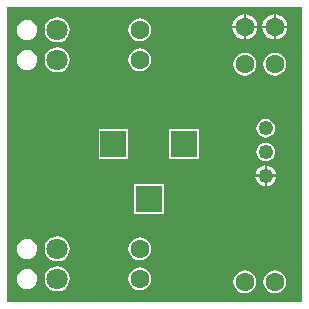
<source format=gbl>
%FSLAX24Y24*%
%MOIN*%
G70*
G01*
G75*
G04 Layer_Physical_Order=2*
G04 Layer_Color=16711680*
%ADD10R,0.0236X0.0512*%
%ADD11R,0.0276X0.0354*%
%ADD12R,0.0217X0.0512*%
%ADD13R,0.0354X0.0315*%
%ADD14R,0.0433X0.1024*%
%ADD15C,0.0300*%
%ADD16C,0.0200*%
%ADD17R,0.0866X0.0866*%
%ADD18C,0.0630*%
%ADD19C,0.0709*%
%ADD20C,0.0492*%
G36*
X19913Y10087D02*
X10087D01*
Y19913D01*
X19913D01*
Y10087D01*
D02*
G37*
%LPC*%
G36*
X19044Y14247D02*
X18740D01*
Y13943D01*
X18790Y13950D01*
X18875Y13985D01*
X18947Y14040D01*
X19002Y14112D01*
X19037Y14197D01*
X19044Y14247D01*
D02*
G37*
G36*
X18660Y14631D02*
X18610Y14624D01*
X18525Y14589D01*
X18453Y14534D01*
X18398Y14462D01*
X18363Y14377D01*
X18356Y14327D01*
X18660D01*
Y14631D01*
D02*
G37*
G36*
X15293Y13993D02*
X14307D01*
Y13007D01*
X15293D01*
Y13993D01*
D02*
G37*
G36*
X18660Y14247D02*
X18356D01*
X18363Y14197D01*
X18398Y14112D01*
X18453Y14040D01*
X18525Y13985D01*
X18610Y13950D01*
X18660Y13943D01*
Y14247D01*
D02*
G37*
G36*
X14112Y15843D02*
X13126D01*
Y14857D01*
X14112D01*
Y15843D01*
D02*
G37*
G36*
X16474D02*
X15488D01*
Y14857D01*
X16474D01*
Y15843D01*
D02*
G37*
G36*
X18740Y14631D02*
Y14327D01*
X19044D01*
X19037Y14377D01*
X19002Y14462D01*
X18947Y14534D01*
X18875Y14589D01*
X18790Y14624D01*
X18740Y14631D01*
D02*
G37*
G36*
X18700Y15383D02*
X18620Y15373D01*
X18546Y15342D01*
X18482Y15293D01*
X18433Y15229D01*
X18402Y15154D01*
X18391Y15074D01*
X18402Y14995D01*
X18433Y14920D01*
X18482Y14856D01*
X18546Y14807D01*
X18620Y14776D01*
X18700Y14766D01*
X18780Y14776D01*
X18854Y14807D01*
X18918Y14856D01*
X18967Y14920D01*
X18998Y14995D01*
X19009Y15074D01*
X18998Y15154D01*
X18967Y15229D01*
X18918Y15293D01*
X18854Y15342D01*
X18780Y15373D01*
X18700Y15383D01*
D02*
G37*
G36*
X11750Y11268D02*
X11642Y11254D01*
X11541Y11212D01*
X11454Y11145D01*
X11388Y11059D01*
X11346Y10958D01*
X11332Y10850D01*
X11346Y10742D01*
X11388Y10641D01*
X11454Y10554D01*
X11541Y10488D01*
X11642Y10446D01*
X11750Y10432D01*
X11858Y10446D01*
X11959Y10488D01*
X12046Y10554D01*
X12112Y10641D01*
X12154Y10742D01*
X12168Y10850D01*
X12154Y10958D01*
X12112Y11059D01*
X12046Y11145D01*
X11959Y11212D01*
X11858Y11254D01*
X11750Y11268D01*
D02*
G37*
G36*
X14500Y11228D02*
X14402Y11215D01*
X14311Y11178D01*
X14233Y11117D01*
X14172Y11039D01*
X14135Y10948D01*
X14122Y10850D01*
X14135Y10752D01*
X14172Y10661D01*
X14233Y10583D01*
X14311Y10522D01*
X14402Y10485D01*
X14500Y10472D01*
X14598Y10485D01*
X14689Y10522D01*
X14767Y10583D01*
X14828Y10661D01*
X14865Y10752D01*
X14878Y10850D01*
X14865Y10948D01*
X14828Y11039D01*
X14767Y11117D01*
X14689Y11178D01*
X14598Y11215D01*
X14500Y11228D01*
D02*
G37*
G36*
X18000Y11128D02*
X17902Y11115D01*
X17811Y11078D01*
X17733Y11017D01*
X17672Y10939D01*
X17635Y10848D01*
X17622Y10750D01*
X17635Y10652D01*
X17672Y10561D01*
X17733Y10483D01*
X17811Y10422D01*
X17902Y10385D01*
X18000Y10372D01*
X18098Y10385D01*
X18189Y10422D01*
X18267Y10483D01*
X18328Y10561D01*
X18365Y10652D01*
X18378Y10750D01*
X18365Y10848D01*
X18328Y10939D01*
X18267Y11017D01*
X18189Y11078D01*
X18098Y11115D01*
X18000Y11128D01*
D02*
G37*
G36*
X19000D02*
X18902Y11115D01*
X18811Y11078D01*
X18733Y11017D01*
X18672Y10939D01*
X18635Y10848D01*
X18622Y10750D01*
X18635Y10652D01*
X18672Y10561D01*
X18733Y10483D01*
X18811Y10422D01*
X18902Y10385D01*
X19000Y10372D01*
X19098Y10385D01*
X19189Y10422D01*
X19267Y10483D01*
X19328Y10561D01*
X19365Y10652D01*
X19378Y10750D01*
X19365Y10848D01*
X19328Y10939D01*
X19267Y11017D01*
X19189Y11078D01*
X19098Y11115D01*
X19000Y11128D01*
D02*
G37*
G36*
X14500Y12228D02*
X14402Y12215D01*
X14311Y12178D01*
X14233Y12117D01*
X14172Y12039D01*
X14135Y11948D01*
X14122Y11850D01*
X14135Y11752D01*
X14172Y11661D01*
X14233Y11583D01*
X14311Y11522D01*
X14402Y11485D01*
X14500Y11472D01*
X14598Y11485D01*
X14689Y11522D01*
X14767Y11583D01*
X14828Y11661D01*
X14865Y11752D01*
X14878Y11850D01*
X14865Y11948D01*
X14828Y12039D01*
X14767Y12117D01*
X14689Y12178D01*
X14598Y12215D01*
X14500Y12228D01*
D02*
G37*
G36*
X10750Y12188D02*
X10662Y12177D01*
X10581Y12143D01*
X10511Y12089D01*
X10457Y12019D01*
X10423Y11938D01*
X10412Y11850D01*
X10423Y11762D01*
X10457Y11681D01*
X10511Y11611D01*
X10581Y11557D01*
X10662Y11523D01*
X10750Y11512D01*
X10838Y11523D01*
X10919Y11557D01*
X10989Y11611D01*
X11043Y11681D01*
X11077Y11762D01*
X11088Y11850D01*
X11077Y11938D01*
X11043Y12019D01*
X10989Y12089D01*
X10919Y12143D01*
X10838Y12177D01*
X10750Y12188D01*
D02*
G37*
G36*
Y11188D02*
X10662Y11177D01*
X10581Y11143D01*
X10511Y11089D01*
X10457Y11019D01*
X10423Y10938D01*
X10412Y10850D01*
X10423Y10762D01*
X10457Y10681D01*
X10511Y10611D01*
X10581Y10557D01*
X10662Y10523D01*
X10750Y10512D01*
X10838Y10523D01*
X10919Y10557D01*
X10989Y10611D01*
X11043Y10681D01*
X11077Y10762D01*
X11088Y10850D01*
X11077Y10938D01*
X11043Y11019D01*
X10989Y11089D01*
X10919Y11143D01*
X10838Y11177D01*
X10750Y11188D01*
D02*
G37*
G36*
X11750Y12268D02*
X11642Y12254D01*
X11541Y12212D01*
X11454Y12146D01*
X11388Y12059D01*
X11346Y11958D01*
X11332Y11850D01*
X11346Y11742D01*
X11388Y11641D01*
X11454Y11554D01*
X11541Y11488D01*
X11642Y11446D01*
X11750Y11432D01*
X11858Y11446D01*
X11959Y11488D01*
X12046Y11554D01*
X12112Y11641D01*
X12154Y11742D01*
X12168Y11850D01*
X12154Y11958D01*
X12112Y12059D01*
X12046Y12146D01*
X11959Y12212D01*
X11858Y12254D01*
X11750Y12268D01*
D02*
G37*
G36*
X18960Y19210D02*
X18587D01*
X18596Y19142D01*
X18638Y19041D01*
X18704Y18954D01*
X18791Y18888D01*
X18892Y18846D01*
X18960Y18837D01*
Y19210D01*
D02*
G37*
G36*
X19413D02*
X19040D01*
Y18837D01*
X19108Y18846D01*
X19209Y18888D01*
X19296Y18954D01*
X19362Y19041D01*
X19404Y19142D01*
X19413Y19210D01*
D02*
G37*
G36*
X17960D02*
X17587D01*
X17596Y19142D01*
X17638Y19041D01*
X17704Y18954D01*
X17791Y18888D01*
X17892Y18846D01*
X17960Y18837D01*
Y19210D01*
D02*
G37*
G36*
X18413D02*
X18040D01*
Y18837D01*
X18108Y18846D01*
X18209Y18888D01*
X18296Y18954D01*
X18362Y19041D01*
X18404Y19142D01*
X18413Y19210D01*
D02*
G37*
G36*
X18960Y19663D02*
X18892Y19654D01*
X18791Y19612D01*
X18704Y19546D01*
X18638Y19459D01*
X18596Y19358D01*
X18587Y19290D01*
X18960D01*
Y19663D01*
D02*
G37*
G36*
X19040D02*
Y19290D01*
X19413D01*
X19404Y19358D01*
X19362Y19459D01*
X19296Y19546D01*
X19209Y19612D01*
X19108Y19654D01*
X19040Y19663D01*
D02*
G37*
G36*
X17960D02*
X17892Y19654D01*
X17791Y19612D01*
X17704Y19546D01*
X17638Y19459D01*
X17596Y19358D01*
X17587Y19290D01*
X17960D01*
Y19663D01*
D02*
G37*
G36*
X18040D02*
Y19290D01*
X18413D01*
X18404Y19358D01*
X18362Y19459D01*
X18296Y19546D01*
X18209Y19612D01*
X18108Y19654D01*
X18040Y19663D01*
D02*
G37*
G36*
X10750Y19488D02*
X10662Y19477D01*
X10581Y19443D01*
X10511Y19389D01*
X10457Y19319D01*
X10423Y19238D01*
X10412Y19150D01*
X10423Y19062D01*
X10457Y18981D01*
X10511Y18911D01*
X10581Y18857D01*
X10662Y18823D01*
X10750Y18812D01*
X10838Y18823D01*
X10919Y18857D01*
X10989Y18911D01*
X11043Y18981D01*
X11077Y19062D01*
X11088Y19150D01*
X11077Y19238D01*
X11043Y19319D01*
X10989Y19389D01*
X10919Y19443D01*
X10838Y19477D01*
X10750Y19488D01*
D02*
G37*
G36*
X19000Y18378D02*
X18902Y18365D01*
X18811Y18328D01*
X18733Y18267D01*
X18672Y18189D01*
X18635Y18098D01*
X18622Y18000D01*
X18635Y17902D01*
X18672Y17811D01*
X18733Y17733D01*
X18811Y17672D01*
X18902Y17635D01*
X19000Y17622D01*
X19098Y17635D01*
X19189Y17672D01*
X19267Y17733D01*
X19328Y17811D01*
X19365Y17902D01*
X19378Y18000D01*
X19365Y18098D01*
X19328Y18189D01*
X19267Y18267D01*
X19189Y18328D01*
X19098Y18365D01*
X19000Y18378D01*
D02*
G37*
G36*
X11750Y18568D02*
X11642Y18554D01*
X11541Y18512D01*
X11454Y18446D01*
X11388Y18359D01*
X11346Y18258D01*
X11332Y18150D01*
X11346Y18042D01*
X11388Y17941D01*
X11454Y17854D01*
X11541Y17788D01*
X11642Y17746D01*
X11750Y17732D01*
X11858Y17746D01*
X11959Y17788D01*
X12046Y17854D01*
X12112Y17941D01*
X12154Y18042D01*
X12168Y18150D01*
X12154Y18258D01*
X12112Y18359D01*
X12046Y18446D01*
X11959Y18512D01*
X11858Y18554D01*
X11750Y18568D01*
D02*
G37*
G36*
X18700Y16171D02*
X18620Y16160D01*
X18546Y16129D01*
X18482Y16080D01*
X18433Y16016D01*
X18402Y15942D01*
X18391Y15862D01*
X18402Y15782D01*
X18433Y15707D01*
X18482Y15644D01*
X18546Y15594D01*
X18620Y15564D01*
X18700Y15553D01*
X18780Y15564D01*
X18854Y15594D01*
X18918Y15644D01*
X18967Y15707D01*
X18998Y15782D01*
X19009Y15862D01*
X18998Y15942D01*
X18967Y16016D01*
X18918Y16080D01*
X18854Y16129D01*
X18780Y16160D01*
X18700Y16171D01*
D02*
G37*
G36*
X18000Y18378D02*
X17902Y18365D01*
X17811Y18328D01*
X17733Y18267D01*
X17672Y18189D01*
X17635Y18098D01*
X17622Y18000D01*
X17635Y17902D01*
X17672Y17811D01*
X17733Y17733D01*
X17811Y17672D01*
X17902Y17635D01*
X18000Y17622D01*
X18098Y17635D01*
X18189Y17672D01*
X18267Y17733D01*
X18328Y17811D01*
X18365Y17902D01*
X18378Y18000D01*
X18365Y18098D01*
X18328Y18189D01*
X18267Y18267D01*
X18189Y18328D01*
X18098Y18365D01*
X18000Y18378D01*
D02*
G37*
G36*
X11750Y19568D02*
X11642Y19554D01*
X11541Y19512D01*
X11454Y19446D01*
X11388Y19359D01*
X11346Y19258D01*
X11332Y19150D01*
X11346Y19042D01*
X11388Y18941D01*
X11454Y18855D01*
X11541Y18788D01*
X11642Y18746D01*
X11750Y18732D01*
X11858Y18746D01*
X11959Y18788D01*
X12046Y18855D01*
X12112Y18941D01*
X12154Y19042D01*
X12168Y19150D01*
X12154Y19258D01*
X12112Y19359D01*
X12046Y19446D01*
X11959Y19512D01*
X11858Y19554D01*
X11750Y19568D01*
D02*
G37*
G36*
X14500Y19528D02*
X14402Y19515D01*
X14311Y19478D01*
X14233Y19417D01*
X14172Y19339D01*
X14135Y19248D01*
X14122Y19150D01*
X14135Y19052D01*
X14172Y18961D01*
X14233Y18883D01*
X14311Y18822D01*
X14402Y18785D01*
X14500Y18772D01*
X14598Y18785D01*
X14689Y18822D01*
X14767Y18883D01*
X14828Y18961D01*
X14865Y19052D01*
X14878Y19150D01*
X14865Y19248D01*
X14828Y19339D01*
X14767Y19417D01*
X14689Y19478D01*
X14598Y19515D01*
X14500Y19528D01*
D02*
G37*
G36*
Y18528D02*
X14402Y18515D01*
X14311Y18478D01*
X14233Y18417D01*
X14172Y18339D01*
X14135Y18248D01*
X14122Y18150D01*
X14135Y18052D01*
X14172Y17961D01*
X14233Y17883D01*
X14311Y17822D01*
X14402Y17785D01*
X14500Y17772D01*
X14598Y17785D01*
X14689Y17822D01*
X14767Y17883D01*
X14828Y17961D01*
X14865Y18052D01*
X14878Y18150D01*
X14865Y18248D01*
X14828Y18339D01*
X14767Y18417D01*
X14689Y18478D01*
X14598Y18515D01*
X14500Y18528D01*
D02*
G37*
G36*
X10750Y18488D02*
X10662Y18477D01*
X10581Y18443D01*
X10511Y18389D01*
X10457Y18319D01*
X10423Y18238D01*
X10412Y18150D01*
X10423Y18062D01*
X10457Y17981D01*
X10511Y17911D01*
X10581Y17857D01*
X10662Y17823D01*
X10750Y17812D01*
X10838Y17823D01*
X10919Y17857D01*
X10989Y17911D01*
X11043Y17981D01*
X11077Y18062D01*
X11088Y18150D01*
X11077Y18238D01*
X11043Y18319D01*
X10989Y18389D01*
X10919Y18443D01*
X10838Y18477D01*
X10750Y18488D01*
D02*
G37*
%LPD*%
D17*
X14800Y13500D02*
D03*
X13619Y15350D02*
D03*
X15981D02*
D03*
D18*
X14500Y18150D02*
D03*
Y19150D02*
D03*
X18000Y19250D02*
D03*
X19000D02*
D03*
X14500Y11850D02*
D03*
Y10850D02*
D03*
X18000Y10750D02*
D03*
X19000D02*
D03*
X18000Y18000D02*
D03*
X19000D02*
D03*
D19*
X11750Y11850D02*
D03*
Y10850D02*
D03*
Y19150D02*
D03*
Y18150D02*
D03*
D20*
X18700Y14287D02*
D03*
Y15074D02*
D03*
Y15862D02*
D03*
M02*

</source>
